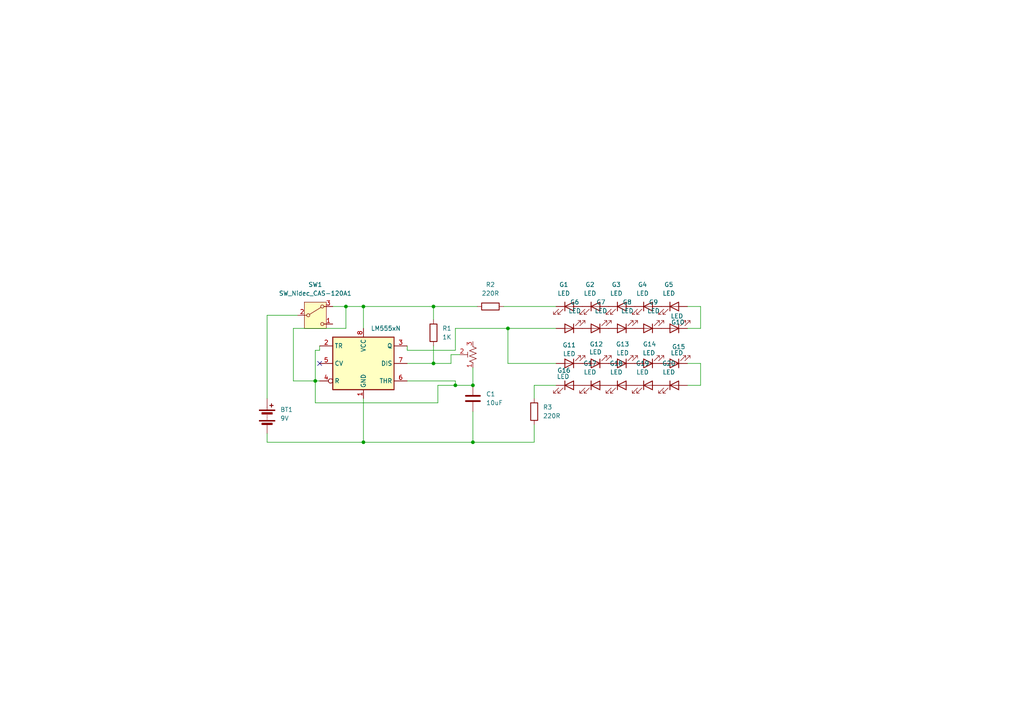
<source format=kicad_sch>
(kicad_sch
	(version 20250114)
	(generator "eeschema")
	(generator_version "9.0")
	(uuid "640bb236-ce46-450c-b582-f8f7f6f7f2dd")
	(paper "A4")
	(lib_symbols
		(symbol "Device:Battery"
			(pin_numbers
				(hide yes)
			)
			(pin_names
				(offset 0)
				(hide yes)
			)
			(exclude_from_sim no)
			(in_bom yes)
			(on_board yes)
			(property "Reference" "BT"
				(at 2.54 2.54 0)
				(effects
					(font
						(size 1.27 1.27)
					)
					(justify left)
				)
			)
			(property "Value" "Battery"
				(at 2.54 0 0)
				(effects
					(font
						(size 1.27 1.27)
					)
					(justify left)
				)
			)
			(property "Footprint" ""
				(at 0 1.524 90)
				(effects
					(font
						(size 1.27 1.27)
					)
					(hide yes)
				)
			)
			(property "Datasheet" "~"
				(at 0 1.524 90)
				(effects
					(font
						(size 1.27 1.27)
					)
					(hide yes)
				)
			)
			(property "Description" "Multiple-cell battery"
				(at 0 0 0)
				(effects
					(font
						(size 1.27 1.27)
					)
					(hide yes)
				)
			)
			(property "ki_keywords" "batt voltage-source cell"
				(at 0 0 0)
				(effects
					(font
						(size 1.27 1.27)
					)
					(hide yes)
				)
			)
			(symbol "Battery_0_1"
				(rectangle
					(start -2.286 1.778)
					(end 2.286 1.524)
					(stroke
						(width 0)
						(type default)
					)
					(fill
						(type outline)
					)
				)
				(rectangle
					(start -2.286 -1.27)
					(end 2.286 -1.524)
					(stroke
						(width 0)
						(type default)
					)
					(fill
						(type outline)
					)
				)
				(rectangle
					(start -1.524 1.016)
					(end 1.524 0.508)
					(stroke
						(width 0)
						(type default)
					)
					(fill
						(type outline)
					)
				)
				(rectangle
					(start -1.524 -2.032)
					(end 1.524 -2.54)
					(stroke
						(width 0)
						(type default)
					)
					(fill
						(type outline)
					)
				)
				(polyline
					(pts
						(xy 0 1.778) (xy 0 2.54)
					)
					(stroke
						(width 0)
						(type default)
					)
					(fill
						(type none)
					)
				)
				(polyline
					(pts
						(xy 0 0) (xy 0 0.254)
					)
					(stroke
						(width 0)
						(type default)
					)
					(fill
						(type none)
					)
				)
				(polyline
					(pts
						(xy 0 -0.508) (xy 0 -0.254)
					)
					(stroke
						(width 0)
						(type default)
					)
					(fill
						(type none)
					)
				)
				(polyline
					(pts
						(xy 0 -1.016) (xy 0 -0.762)
					)
					(stroke
						(width 0)
						(type default)
					)
					(fill
						(type none)
					)
				)
				(polyline
					(pts
						(xy 0.762 3.048) (xy 1.778 3.048)
					)
					(stroke
						(width 0.254)
						(type default)
					)
					(fill
						(type none)
					)
				)
				(polyline
					(pts
						(xy 1.27 3.556) (xy 1.27 2.54)
					)
					(stroke
						(width 0.254)
						(type default)
					)
					(fill
						(type none)
					)
				)
			)
			(symbol "Battery_1_1"
				(pin passive line
					(at 0 5.08 270)
					(length 2.54)
					(name "+"
						(effects
							(font
								(size 1.27 1.27)
							)
						)
					)
					(number "1"
						(effects
							(font
								(size 1.27 1.27)
							)
						)
					)
				)
				(pin passive line
					(at 0 -5.08 90)
					(length 2.54)
					(name "-"
						(effects
							(font
								(size 1.27 1.27)
							)
						)
					)
					(number "2"
						(effects
							(font
								(size 1.27 1.27)
							)
						)
					)
				)
			)
			(embedded_fonts no)
		)
		(symbol "Device:C"
			(pin_numbers
				(hide yes)
			)
			(pin_names
				(offset 0.254)
			)
			(exclude_from_sim no)
			(in_bom yes)
			(on_board yes)
			(property "Reference" "C"
				(at 0.635 2.54 0)
				(effects
					(font
						(size 1.27 1.27)
					)
					(justify left)
				)
			)
			(property "Value" "C"
				(at 0.635 -2.54 0)
				(effects
					(font
						(size 1.27 1.27)
					)
					(justify left)
				)
			)
			(property "Footprint" ""
				(at 0.9652 -3.81 0)
				(effects
					(font
						(size 1.27 1.27)
					)
					(hide yes)
				)
			)
			(property "Datasheet" "~"
				(at 0 0 0)
				(effects
					(font
						(size 1.27 1.27)
					)
					(hide yes)
				)
			)
			(property "Description" "Unpolarized capacitor"
				(at 0 0 0)
				(effects
					(font
						(size 1.27 1.27)
					)
					(hide yes)
				)
			)
			(property "ki_keywords" "cap capacitor"
				(at 0 0 0)
				(effects
					(font
						(size 1.27 1.27)
					)
					(hide yes)
				)
			)
			(property "ki_fp_filters" "C_*"
				(at 0 0 0)
				(effects
					(font
						(size 1.27 1.27)
					)
					(hide yes)
				)
			)
			(symbol "C_0_1"
				(polyline
					(pts
						(xy -2.032 0.762) (xy 2.032 0.762)
					)
					(stroke
						(width 0.508)
						(type default)
					)
					(fill
						(type none)
					)
				)
				(polyline
					(pts
						(xy -2.032 -0.762) (xy 2.032 -0.762)
					)
					(stroke
						(width 0.508)
						(type default)
					)
					(fill
						(type none)
					)
				)
			)
			(symbol "C_1_1"
				(pin passive line
					(at 0 3.81 270)
					(length 2.794)
					(name "~"
						(effects
							(font
								(size 1.27 1.27)
							)
						)
					)
					(number "1"
						(effects
							(font
								(size 1.27 1.27)
							)
						)
					)
				)
				(pin passive line
					(at 0 -3.81 90)
					(length 2.794)
					(name "~"
						(effects
							(font
								(size 1.27 1.27)
							)
						)
					)
					(number "2"
						(effects
							(font
								(size 1.27 1.27)
							)
						)
					)
				)
			)
			(embedded_fonts no)
		)
		(symbol "Device:LED"
			(pin_numbers
				(hide yes)
			)
			(pin_names
				(offset 1.016)
				(hide yes)
			)
			(exclude_from_sim no)
			(in_bom yes)
			(on_board yes)
			(property "Reference" "D"
				(at 0 2.54 0)
				(effects
					(font
						(size 1.27 1.27)
					)
				)
			)
			(property "Value" "LED"
				(at 0 -2.54 0)
				(effects
					(font
						(size 1.27 1.27)
					)
				)
			)
			(property "Footprint" ""
				(at 0 0 0)
				(effects
					(font
						(size 1.27 1.27)
					)
					(hide yes)
				)
			)
			(property "Datasheet" "~"
				(at 0 0 0)
				(effects
					(font
						(size 1.27 1.27)
					)
					(hide yes)
				)
			)
			(property "Description" "Light emitting diode"
				(at 0 0 0)
				(effects
					(font
						(size 1.27 1.27)
					)
					(hide yes)
				)
			)
			(property "Sim.Pins" "1=K 2=A"
				(at 0 0 0)
				(effects
					(font
						(size 1.27 1.27)
					)
					(hide yes)
				)
			)
			(property "ki_keywords" "LED diode"
				(at 0 0 0)
				(effects
					(font
						(size 1.27 1.27)
					)
					(hide yes)
				)
			)
			(property "ki_fp_filters" "LED* LED_SMD:* LED_THT:*"
				(at 0 0 0)
				(effects
					(font
						(size 1.27 1.27)
					)
					(hide yes)
				)
			)
			(symbol "LED_0_1"
				(polyline
					(pts
						(xy -3.048 -0.762) (xy -4.572 -2.286) (xy -3.81 -2.286) (xy -4.572 -2.286) (xy -4.572 -1.524)
					)
					(stroke
						(width 0)
						(type default)
					)
					(fill
						(type none)
					)
				)
				(polyline
					(pts
						(xy -1.778 -0.762) (xy -3.302 -2.286) (xy -2.54 -2.286) (xy -3.302 -2.286) (xy -3.302 -1.524)
					)
					(stroke
						(width 0)
						(type default)
					)
					(fill
						(type none)
					)
				)
				(polyline
					(pts
						(xy -1.27 0) (xy 1.27 0)
					)
					(stroke
						(width 0)
						(type default)
					)
					(fill
						(type none)
					)
				)
				(polyline
					(pts
						(xy -1.27 -1.27) (xy -1.27 1.27)
					)
					(stroke
						(width 0.254)
						(type default)
					)
					(fill
						(type none)
					)
				)
				(polyline
					(pts
						(xy 1.27 -1.27) (xy 1.27 1.27) (xy -1.27 0) (xy 1.27 -1.27)
					)
					(stroke
						(width 0.254)
						(type default)
					)
					(fill
						(type none)
					)
				)
			)
			(symbol "LED_1_1"
				(pin passive line
					(at -3.81 0 0)
					(length 2.54)
					(name "K"
						(effects
							(font
								(size 1.27 1.27)
							)
						)
					)
					(number "1"
						(effects
							(font
								(size 1.27 1.27)
							)
						)
					)
				)
				(pin passive line
					(at 3.81 0 180)
					(length 2.54)
					(name "A"
						(effects
							(font
								(size 1.27 1.27)
							)
						)
					)
					(number "2"
						(effects
							(font
								(size 1.27 1.27)
							)
						)
					)
				)
			)
			(embedded_fonts no)
		)
		(symbol "Device:R"
			(pin_numbers
				(hide yes)
			)
			(pin_names
				(offset 0)
			)
			(exclude_from_sim no)
			(in_bom yes)
			(on_board yes)
			(property "Reference" "R"
				(at 2.032 0 90)
				(effects
					(font
						(size 1.27 1.27)
					)
				)
			)
			(property "Value" "R"
				(at 0 0 90)
				(effects
					(font
						(size 1.27 1.27)
					)
				)
			)
			(property "Footprint" ""
				(at -1.778 0 90)
				(effects
					(font
						(size 1.27 1.27)
					)
					(hide yes)
				)
			)
			(property "Datasheet" "~"
				(at 0 0 0)
				(effects
					(font
						(size 1.27 1.27)
					)
					(hide yes)
				)
			)
			(property "Description" "Resistor"
				(at 0 0 0)
				(effects
					(font
						(size 1.27 1.27)
					)
					(hide yes)
				)
			)
			(property "ki_keywords" "R res resistor"
				(at 0 0 0)
				(effects
					(font
						(size 1.27 1.27)
					)
					(hide yes)
				)
			)
			(property "ki_fp_filters" "R_*"
				(at 0 0 0)
				(effects
					(font
						(size 1.27 1.27)
					)
					(hide yes)
				)
			)
			(symbol "R_0_1"
				(rectangle
					(start -1.016 -2.54)
					(end 1.016 2.54)
					(stroke
						(width 0.254)
						(type default)
					)
					(fill
						(type none)
					)
				)
			)
			(symbol "R_1_1"
				(pin passive line
					(at 0 3.81 270)
					(length 1.27)
					(name "~"
						(effects
							(font
								(size 1.27 1.27)
							)
						)
					)
					(number "1"
						(effects
							(font
								(size 1.27 1.27)
							)
						)
					)
				)
				(pin passive line
					(at 0 -3.81 90)
					(length 1.27)
					(name "~"
						(effects
							(font
								(size 1.27 1.27)
							)
						)
					)
					(number "2"
						(effects
							(font
								(size 1.27 1.27)
							)
						)
					)
				)
			)
			(embedded_fonts no)
		)
		(symbol "Device:R_Potentiometer_Trim_US"
			(pin_names
				(offset 1.016)
				(hide yes)
			)
			(exclude_from_sim no)
			(in_bom yes)
			(on_board yes)
			(property "Reference" "RV"
				(at -4.445 0 90)
				(effects
					(font
						(size 1.27 1.27)
					)
				)
			)
			(property "Value" "R_Potentiometer_Trim_US"
				(at -2.54 0 90)
				(effects
					(font
						(size 1.27 1.27)
					)
				)
			)
			(property "Footprint" ""
				(at 0 0 0)
				(effects
					(font
						(size 1.27 1.27)
					)
					(hide yes)
				)
			)
			(property "Datasheet" "~"
				(at 0 0 0)
				(effects
					(font
						(size 1.27 1.27)
					)
					(hide yes)
				)
			)
			(property "Description" "Trim-potentiometer, US symbol"
				(at 0 0 0)
				(effects
					(font
						(size 1.27 1.27)
					)
					(hide yes)
				)
			)
			(property "ki_keywords" "resistor variable trimpot trimmer"
				(at 0 0 0)
				(effects
					(font
						(size 1.27 1.27)
					)
					(hide yes)
				)
			)
			(property "ki_fp_filters" "Potentiometer*"
				(at 0 0 0)
				(effects
					(font
						(size 1.27 1.27)
					)
					(hide yes)
				)
			)
			(symbol "R_Potentiometer_Trim_US_0_1"
				(polyline
					(pts
						(xy 0 2.286) (xy 0 2.54)
					)
					(stroke
						(width 0)
						(type default)
					)
					(fill
						(type none)
					)
				)
				(polyline
					(pts
						(xy 0 2.286) (xy 1.016 1.905) (xy 0 1.524) (xy -1.016 1.143) (xy 0 0.762)
					)
					(stroke
						(width 0)
						(type default)
					)
					(fill
						(type none)
					)
				)
				(polyline
					(pts
						(xy 0 0.762) (xy 1.016 0.381) (xy 0 0) (xy -1.016 -0.381) (xy 0 -0.762)
					)
					(stroke
						(width 0)
						(type default)
					)
					(fill
						(type none)
					)
				)
				(polyline
					(pts
						(xy 0 -0.762) (xy 1.016 -1.143) (xy 0 -1.524) (xy -1.016 -1.905) (xy 0 -2.286)
					)
					(stroke
						(width 0)
						(type default)
					)
					(fill
						(type none)
					)
				)
				(polyline
					(pts
						(xy 0 -2.286) (xy 0 -2.54)
					)
					(stroke
						(width 0)
						(type default)
					)
					(fill
						(type none)
					)
				)
				(polyline
					(pts
						(xy 1.524 0.762) (xy 1.524 -0.762)
					)
					(stroke
						(width 0)
						(type default)
					)
					(fill
						(type none)
					)
				)
				(polyline
					(pts
						(xy 2.54 0) (xy 1.524 0)
					)
					(stroke
						(width 0)
						(type default)
					)
					(fill
						(type none)
					)
				)
			)
			(symbol "R_Potentiometer_Trim_US_1_1"
				(pin passive line
					(at 0 3.81 270)
					(length 1.27)
					(name "1"
						(effects
							(font
								(size 1.27 1.27)
							)
						)
					)
					(number "1"
						(effects
							(font
								(size 1.27 1.27)
							)
						)
					)
				)
				(pin passive line
					(at 0 -3.81 90)
					(length 1.27)
					(name "3"
						(effects
							(font
								(size 1.27 1.27)
							)
						)
					)
					(number "3"
						(effects
							(font
								(size 1.27 1.27)
							)
						)
					)
				)
				(pin passive line
					(at 3.81 0 180)
					(length 1.27)
					(name "2"
						(effects
							(font
								(size 1.27 1.27)
							)
						)
					)
					(number "2"
						(effects
							(font
								(size 1.27 1.27)
							)
						)
					)
				)
			)
			(embedded_fonts no)
		)
		(symbol "Switch:SW_Nidec_CAS-120A1"
			(pin_names
				(offset 1)
				(hide yes)
			)
			(exclude_from_sim no)
			(in_bom yes)
			(on_board yes)
			(property "Reference" "SW"
				(at 0 4.318 0)
				(effects
					(font
						(size 1.27 1.27)
					)
				)
			)
			(property "Value" "SW_Nidec_CAS-120A1"
				(at 0 -5.08 0)
				(effects
					(font
						(size 1.27 1.27)
					)
				)
			)
			(property "Footprint" "Button_Switch_SMD:Nidec_Copal_CAS-120A"
				(at 0 -10.16 0)
				(effects
					(font
						(size 1.27 1.27)
					)
					(hide yes)
				)
			)
			(property "Datasheet" "https://www.nidec-components.com/e/catalog/switch/cas.pdf"
				(at 0 -7.62 0)
				(effects
					(font
						(size 1.27 1.27)
					)
					(hide yes)
				)
			)
			(property "Description" "Switch, single pole double throw"
				(at 0 0 0)
				(effects
					(font
						(size 1.27 1.27)
					)
					(hide yes)
				)
			)
			(property "ki_keywords" "switch single-pole double-throw spdt ON-ON"
				(at 0 0 0)
				(effects
					(font
						(size 1.27 1.27)
					)
					(hide yes)
				)
			)
			(property "ki_fp_filters" "*Nidec?Copal?CAS?120A*"
				(at 0 0 0)
				(effects
					(font
						(size 1.27 1.27)
					)
					(hide yes)
				)
			)
			(symbol "SW_Nidec_CAS-120A1_0_1"
				(circle
					(center -2.032 0)
					(radius 0.4572)
					(stroke
						(width 0)
						(type default)
					)
					(fill
						(type none)
					)
				)
				(polyline
					(pts
						(xy -1.651 0.254) (xy 1.651 2.286)
					)
					(stroke
						(width 0)
						(type default)
					)
					(fill
						(type none)
					)
				)
				(circle
					(center 2.032 2.54)
					(radius 0.4572)
					(stroke
						(width 0)
						(type default)
					)
					(fill
						(type none)
					)
				)
				(circle
					(center 2.032 -2.54)
					(radius 0.4572)
					(stroke
						(width 0)
						(type default)
					)
					(fill
						(type none)
					)
				)
			)
			(symbol "SW_Nidec_CAS-120A1_1_1"
				(rectangle
					(start -3.175 3.81)
					(end 3.175 -3.81)
					(stroke
						(width 0)
						(type default)
					)
					(fill
						(type background)
					)
				)
				(pin passive line
					(at -5.08 0 0)
					(length 2.54)
					(name "B"
						(effects
							(font
								(size 1.27 1.27)
							)
						)
					)
					(number "2"
						(effects
							(font
								(size 1.27 1.27)
							)
						)
					)
				)
				(pin passive line
					(at 5.08 2.54 180)
					(length 2.54)
					(name "A"
						(effects
							(font
								(size 1.27 1.27)
							)
						)
					)
					(number "3"
						(effects
							(font
								(size 1.27 1.27)
							)
						)
					)
				)
				(pin passive line
					(at 5.08 -2.54 180)
					(length 2.54)
					(name "C"
						(effects
							(font
								(size 1.27 1.27)
							)
						)
					)
					(number "1"
						(effects
							(font
								(size 1.27 1.27)
							)
						)
					)
				)
			)
			(embedded_fonts no)
		)
		(symbol "Timer:LM555xN"
			(exclude_from_sim no)
			(in_bom yes)
			(on_board yes)
			(property "Reference" "U"
				(at -10.16 8.89 0)
				(effects
					(font
						(size 1.27 1.27)
					)
					(justify left)
				)
			)
			(property "Value" "LM555xN"
				(at 2.54 8.89 0)
				(effects
					(font
						(size 1.27 1.27)
					)
					(justify left)
				)
			)
			(property "Footprint" "Package_DIP:DIP-8_W7.62mm"
				(at 16.51 -10.16 0)
				(effects
					(font
						(size 1.27 1.27)
					)
					(hide yes)
				)
			)
			(property "Datasheet" "http://www.ti.com/lit/ds/symlink/lm555.pdf"
				(at 21.59 -10.16 0)
				(effects
					(font
						(size 1.27 1.27)
					)
					(hide yes)
				)
			)
			(property "Description" "Timer, 555 compatible, PDIP-8"
				(at 0 0 0)
				(effects
					(font
						(size 1.27 1.27)
					)
					(hide yes)
				)
			)
			(property "ki_keywords" "single timer 555"
				(at 0 0 0)
				(effects
					(font
						(size 1.27 1.27)
					)
					(hide yes)
				)
			)
			(property "ki_fp_filters" "DIP*W7.62mm*"
				(at 0 0 0)
				(effects
					(font
						(size 1.27 1.27)
					)
					(hide yes)
				)
			)
			(symbol "LM555xN_0_0"
				(pin power_in line
					(at 0 10.16 270)
					(length 2.54)
					(name "VCC"
						(effects
							(font
								(size 1.27 1.27)
							)
						)
					)
					(number "8"
						(effects
							(font
								(size 1.27 1.27)
							)
						)
					)
				)
				(pin power_in line
					(at 0 -10.16 90)
					(length 2.54)
					(name "GND"
						(effects
							(font
								(size 1.27 1.27)
							)
						)
					)
					(number "1"
						(effects
							(font
								(size 1.27 1.27)
							)
						)
					)
				)
			)
			(symbol "LM555xN_0_1"
				(rectangle
					(start -8.89 -7.62)
					(end 8.89 7.62)
					(stroke
						(width 0.254)
						(type default)
					)
					(fill
						(type background)
					)
				)
				(rectangle
					(start -8.89 -7.62)
					(end 8.89 7.62)
					(stroke
						(width 0.254)
						(type default)
					)
					(fill
						(type background)
					)
				)
			)
			(symbol "LM555xN_1_1"
				(pin input line
					(at -12.7 5.08 0)
					(length 3.81)
					(name "TR"
						(effects
							(font
								(size 1.27 1.27)
							)
						)
					)
					(number "2"
						(effects
							(font
								(size 1.27 1.27)
							)
						)
					)
				)
				(pin input line
					(at -12.7 0 0)
					(length 3.81)
					(name "CV"
						(effects
							(font
								(size 1.27 1.27)
							)
						)
					)
					(number "5"
						(effects
							(font
								(size 1.27 1.27)
							)
						)
					)
				)
				(pin input inverted
					(at -12.7 -5.08 0)
					(length 3.81)
					(name "R"
						(effects
							(font
								(size 1.27 1.27)
							)
						)
					)
					(number "4"
						(effects
							(font
								(size 1.27 1.27)
							)
						)
					)
				)
				(pin output line
					(at 12.7 5.08 180)
					(length 3.81)
					(name "Q"
						(effects
							(font
								(size 1.27 1.27)
							)
						)
					)
					(number "3"
						(effects
							(font
								(size 1.27 1.27)
							)
						)
					)
				)
				(pin input line
					(at 12.7 0 180)
					(length 3.81)
					(name "DIS"
						(effects
							(font
								(size 1.27 1.27)
							)
						)
					)
					(number "7"
						(effects
							(font
								(size 1.27 1.27)
							)
						)
					)
				)
				(pin input line
					(at 12.7 -5.08 180)
					(length 3.81)
					(name "THR"
						(effects
							(font
								(size 1.27 1.27)
							)
						)
					)
					(number "6"
						(effects
							(font
								(size 1.27 1.27)
							)
						)
					)
				)
			)
			(embedded_fonts no)
		)
	)
	(junction
		(at 125.73 88.9)
		(diameter 0)
		(color 0 0 0 0)
		(uuid "1c4f3493-00d1-455f-888d-3250c3aa73bb")
	)
	(junction
		(at 105.41 128.27)
		(diameter 0)
		(color 0 0 0 0)
		(uuid "2e55a76f-b276-4db9-af8e-1c5e1dfa7ee7")
	)
	(junction
		(at 100.33 88.9)
		(diameter 0)
		(color 0 0 0 0)
		(uuid "2e55bb79-9607-48ba-bb34-fe53f53ac734")
	)
	(junction
		(at 125.73 105.41)
		(diameter 0)
		(color 0 0 0 0)
		(uuid "5288594b-54ae-465f-9ed7-788e54c62ad2")
	)
	(junction
		(at 137.16 128.27)
		(diameter 0)
		(color 0 0 0 0)
		(uuid "919cac6a-a812-4b89-93c4-1ef1b590825c")
	)
	(junction
		(at 147.32 95.25)
		(diameter 0)
		(color 0 0 0 0)
		(uuid "a37ef310-bac2-474b-b7ed-98cf6b3ec98c")
	)
	(junction
		(at 132.08 111.76)
		(diameter 0)
		(color 0 0 0 0)
		(uuid "cddb8594-fc6d-4ff5-8854-94d1794d927f")
	)
	(junction
		(at 137.16 111.76)
		(diameter 0)
		(color 0 0 0 0)
		(uuid "dd29b5da-4911-4318-b238-63309cfd414e")
	)
	(junction
		(at 105.41 88.9)
		(diameter 0)
		(color 0 0 0 0)
		(uuid "e02c1e56-aefe-482c-997f-f098e0a8d03a")
	)
	(junction
		(at 91.44 110.49)
		(diameter 0)
		(color 0 0 0 0)
		(uuid "ed7814f3-15f6-4dbf-8a65-74a48ec54558")
	)
	(no_connect
		(at 92.71 105.41)
		(uuid "1ed609c6-c3c8-4c9d-adac-e0b4a9d8ebba")
	)
	(wire
		(pts
			(xy 100.33 95.25) (xy 100.33 88.9)
		)
		(stroke
			(width 0)
			(type default)
		)
		(uuid "03b5c07f-a16a-4600-9546-307c7c5ff938")
	)
	(wire
		(pts
			(xy 105.41 88.9) (xy 125.73 88.9)
		)
		(stroke
			(width 0)
			(type default)
		)
		(uuid "0ab240ed-049f-47f6-b4f9-d48d0de7d02c")
	)
	(wire
		(pts
			(xy 85.09 95.25) (xy 100.33 95.25)
		)
		(stroke
			(width 0)
			(type default)
		)
		(uuid "0b393d73-7c05-49fd-99ca-24617dc6d58f")
	)
	(wire
		(pts
			(xy 154.94 123.19) (xy 154.94 128.27)
		)
		(stroke
			(width 0)
			(type default)
		)
		(uuid "20b6aba8-6811-472f-9f08-bf2033d69d2e")
	)
	(wire
		(pts
			(xy 91.44 110.49) (xy 92.71 110.49)
		)
		(stroke
			(width 0)
			(type default)
		)
		(uuid "23770f41-0ad7-447a-bdea-d72a72557aa4")
	)
	(wire
		(pts
			(xy 161.29 111.76) (xy 154.94 111.76)
		)
		(stroke
			(width 0)
			(type default)
		)
		(uuid "2587a575-86d3-478d-9843-493262157fbc")
	)
	(wire
		(pts
			(xy 91.44 116.84) (xy 127 116.84)
		)
		(stroke
			(width 0)
			(type default)
		)
		(uuid "2b2b3bb8-1e76-42a0-94cc-b4bd15c26725")
	)
	(wire
		(pts
			(xy 91.44 110.49) (xy 85.09 110.49)
		)
		(stroke
			(width 0)
			(type default)
		)
		(uuid "2ca65b70-56f7-4f57-8472-04134cc46fee")
	)
	(wire
		(pts
			(xy 132.08 110.49) (xy 132.08 111.76)
		)
		(stroke
			(width 0)
			(type default)
		)
		(uuid "2d724330-62f5-4909-abb2-d2a60f0e477b")
	)
	(wire
		(pts
			(xy 86.36 91.44) (xy 77.47 91.44)
		)
		(stroke
			(width 0)
			(type default)
		)
		(uuid "2dabecb6-ccaa-4e42-99af-44b17b5fc003")
	)
	(wire
		(pts
			(xy 85.09 110.49) (xy 85.09 95.25)
		)
		(stroke
			(width 0)
			(type default)
		)
		(uuid "32ebfc77-d3af-4ea2-b45a-fe48211e9f97")
	)
	(wire
		(pts
			(xy 92.71 101.6) (xy 92.71 100.33)
		)
		(stroke
			(width 0)
			(type default)
		)
		(uuid "372c553e-7914-4da5-8f17-3971665b88c0")
	)
	(wire
		(pts
			(xy 154.94 111.76) (xy 154.94 115.57)
		)
		(stroke
			(width 0)
			(type default)
		)
		(uuid "3cb38cb1-5da1-4018-b79b-646b32216b86")
	)
	(wire
		(pts
			(xy 118.11 101.6) (xy 132.08 101.6)
		)
		(stroke
			(width 0)
			(type default)
		)
		(uuid "3e218944-e360-42c3-b124-6c155b8ed8d2")
	)
	(wire
		(pts
			(xy 105.41 88.9) (xy 105.41 95.25)
		)
		(stroke
			(width 0)
			(type default)
		)
		(uuid "40859b6c-cfab-413b-84de-77628499ff79")
	)
	(wire
		(pts
			(xy 199.39 95.25) (xy 203.2 95.25)
		)
		(stroke
			(width 0)
			(type default)
		)
		(uuid "43d688d4-9147-4c98-b103-019efb856953")
	)
	(wire
		(pts
			(xy 130.81 102.87) (xy 133.35 102.87)
		)
		(stroke
			(width 0)
			(type default)
		)
		(uuid "4f8acd89-724e-404e-962e-5973c3eb685b")
	)
	(wire
		(pts
			(xy 125.73 105.41) (xy 130.81 105.41)
		)
		(stroke
			(width 0)
			(type default)
		)
		(uuid "53c289ba-5a99-45db-99c1-59423f177eec")
	)
	(wire
		(pts
			(xy 203.2 111.76) (xy 203.2 105.41)
		)
		(stroke
			(width 0)
			(type default)
		)
		(uuid "59a23f93-db11-400b-b850-c66d73ac88b5")
	)
	(wire
		(pts
			(xy 91.44 101.6) (xy 92.71 101.6)
		)
		(stroke
			(width 0)
			(type default)
		)
		(uuid "6103481c-b7b1-42e2-ae33-5c8b39467371")
	)
	(wire
		(pts
			(xy 105.41 128.27) (xy 105.41 115.57)
		)
		(stroke
			(width 0)
			(type default)
		)
		(uuid "6676a395-2f12-4ecc-8868-28d6e6d369ba")
	)
	(wire
		(pts
			(xy 203.2 95.25) (xy 203.2 88.9)
		)
		(stroke
			(width 0)
			(type default)
		)
		(uuid "6aaebc98-a21b-4835-91ce-197ecad11fe0")
	)
	(wire
		(pts
			(xy 137.16 106.68) (xy 137.16 111.76)
		)
		(stroke
			(width 0)
			(type default)
		)
		(uuid "6c0d8557-8775-40d0-b3ff-8b703132ad25")
	)
	(wire
		(pts
			(xy 91.44 101.6) (xy 91.44 110.49)
		)
		(stroke
			(width 0)
			(type default)
		)
		(uuid "75827b95-384c-459d-8e85-c5291c3e1665")
	)
	(wire
		(pts
			(xy 127 111.76) (xy 132.08 111.76)
		)
		(stroke
			(width 0)
			(type default)
		)
		(uuid "799fcd2c-7670-4b9f-ad61-56c822067596")
	)
	(wire
		(pts
			(xy 125.73 88.9) (xy 138.43 88.9)
		)
		(stroke
			(width 0)
			(type default)
		)
		(uuid "7dfd0d28-dc92-4ec6-a0e9-b3e4d2aa8678")
	)
	(wire
		(pts
			(xy 132.08 95.25) (xy 147.32 95.25)
		)
		(stroke
			(width 0)
			(type default)
		)
		(uuid "7f5272ab-e13e-42e0-8171-c7bd2e7dcfb1")
	)
	(wire
		(pts
			(xy 147.32 95.25) (xy 161.29 95.25)
		)
		(stroke
			(width 0)
			(type default)
		)
		(uuid "855b20a2-a00c-4b28-b3de-ae76157b86ff")
	)
	(wire
		(pts
			(xy 118.11 105.41) (xy 125.73 105.41)
		)
		(stroke
			(width 0)
			(type default)
		)
		(uuid "90361480-0d63-40c8-a1df-5a5861ec3ef1")
	)
	(wire
		(pts
			(xy 203.2 105.41) (xy 199.39 105.41)
		)
		(stroke
			(width 0)
			(type default)
		)
		(uuid "9522fe63-9bfb-4d3b-903c-868330d7873e")
	)
	(wire
		(pts
			(xy 77.47 128.27) (xy 105.41 128.27)
		)
		(stroke
			(width 0)
			(type default)
		)
		(uuid "9a19f5c0-d925-4a4b-b8d7-dd18054800f6")
	)
	(wire
		(pts
			(xy 130.81 105.41) (xy 130.81 102.87)
		)
		(stroke
			(width 0)
			(type default)
		)
		(uuid "9a72b73a-9037-45c6-83ab-e5323f8b1236")
	)
	(wire
		(pts
			(xy 125.73 100.33) (xy 125.73 105.41)
		)
		(stroke
			(width 0)
			(type default)
		)
		(uuid "9efdc253-98fe-455f-b8ea-6384218bf5d5")
	)
	(wire
		(pts
			(xy 146.05 88.9) (xy 161.29 88.9)
		)
		(stroke
			(width 0)
			(type default)
		)
		(uuid "a020d91a-7c47-4e54-8776-e766a318fb8f")
	)
	(wire
		(pts
			(xy 125.73 88.9) (xy 125.73 92.71)
		)
		(stroke
			(width 0)
			(type default)
		)
		(uuid "a706f230-bb9c-4c09-a14a-f9e668996e0d")
	)
	(wire
		(pts
			(xy 118.11 101.6) (xy 118.11 100.33)
		)
		(stroke
			(width 0)
			(type default)
		)
		(uuid "ace69acf-8479-4dad-ad1c-6f0a8b8812cc")
	)
	(wire
		(pts
			(xy 118.11 110.49) (xy 132.08 110.49)
		)
		(stroke
			(width 0)
			(type default)
		)
		(uuid "b09ea870-c141-4e55-93c1-016336052509")
	)
	(wire
		(pts
			(xy 147.32 105.41) (xy 161.29 105.41)
		)
		(stroke
			(width 0)
			(type default)
		)
		(uuid "b3794ff7-9693-41e1-972d-884c7fe310b2")
	)
	(wire
		(pts
			(xy 137.16 128.27) (xy 154.94 128.27)
		)
		(stroke
			(width 0)
			(type default)
		)
		(uuid "b3925cfb-94bb-4306-bbcf-5d4035cd152c")
	)
	(wire
		(pts
			(xy 147.32 95.25) (xy 147.32 105.41)
		)
		(stroke
			(width 0)
			(type default)
		)
		(uuid "bbfd1e0a-64e4-40ac-9331-f2f8705991b0")
	)
	(wire
		(pts
			(xy 137.16 119.38) (xy 137.16 128.27)
		)
		(stroke
			(width 0)
			(type default)
		)
		(uuid "bca48b06-922c-4a43-b0d9-035187286d22")
	)
	(wire
		(pts
			(xy 91.44 110.49) (xy 91.44 116.84)
		)
		(stroke
			(width 0)
			(type default)
		)
		(uuid "bd2dc02e-5f2f-4a1e-bb10-1a658715d367")
	)
	(wire
		(pts
			(xy 127 116.84) (xy 127 111.76)
		)
		(stroke
			(width 0)
			(type default)
		)
		(uuid "c112490a-252b-48ce-be4d-60dc36043437")
	)
	(wire
		(pts
			(xy 132.08 101.6) (xy 132.08 95.25)
		)
		(stroke
			(width 0)
			(type default)
		)
		(uuid "c7937835-b024-4ba4-b8a2-cf767d9f35c1")
	)
	(wire
		(pts
			(xy 105.41 128.27) (xy 137.16 128.27)
		)
		(stroke
			(width 0)
			(type default)
		)
		(uuid "d1dfd10f-6e73-4102-8fd2-0ca13a72e079")
	)
	(wire
		(pts
			(xy 203.2 88.9) (xy 199.39 88.9)
		)
		(stroke
			(width 0)
			(type default)
		)
		(uuid "de9e3f87-6ee6-4469-b38a-09149dadaf14")
	)
	(wire
		(pts
			(xy 77.47 91.44) (xy 77.47 115.57)
		)
		(stroke
			(width 0)
			(type default)
		)
		(uuid "e715488b-d661-408f-a3c3-eaef448df5fa")
	)
	(wire
		(pts
			(xy 100.33 88.9) (xy 105.41 88.9)
		)
		(stroke
			(width 0)
			(type default)
		)
		(uuid "e9fe22ea-12af-4844-a0a1-0569d56e2056")
	)
	(wire
		(pts
			(xy 77.47 125.73) (xy 77.47 128.27)
		)
		(stroke
			(width 0)
			(type default)
		)
		(uuid "ee627bc1-fbc0-4178-88fd-0a0034f6cd45")
	)
	(wire
		(pts
			(xy 132.08 111.76) (xy 137.16 111.76)
		)
		(stroke
			(width 0)
			(type default)
		)
		(uuid "effb88fc-5128-4e5f-97d0-d776caa01512")
	)
	(wire
		(pts
			(xy 96.52 88.9) (xy 100.33 88.9)
		)
		(stroke
			(width 0)
			(type default)
		)
		(uuid "f8094719-b922-4b86-b550-c339b1cf2e29")
	)
	(wire
		(pts
			(xy 199.39 111.76) (xy 203.2 111.76)
		)
		(stroke
			(width 0)
			(type default)
		)
		(uuid "f990b00d-85a4-473a-bee8-c914fbb5dc94")
	)
	(symbol
		(lib_id "Device:LED")
		(at 180.34 105.41 180)
		(unit 1)
		(exclude_from_sim no)
		(in_bom yes)
		(on_board yes)
		(dnp no)
		(uuid "06f9ea5b-0bb9-4498-8344-dc92126db0bf")
		(property "Reference" "G13"
			(at 180.594 99.822 0)
			(effects
				(font
					(size 1.27 1.27)
				)
			)
		)
		(property "Value" "LED"
			(at 180.594 102.362 0)
			(effects
				(font
					(size 1.27 1.27)
				)
			)
		)
		(property "Footprint" "LED_THT:LED_D5.0mm_Clear"
			(at 180.34 105.41 0)
			(effects
				(font
					(size 1.27 1.27)
				)
				(hide yes)
			)
		)
		(property "Datasheet" "~"
			(at 180.34 105.41 0)
			(effects
				(font
					(size 1.27 1.27)
				)
				(hide yes)
			)
		)
		(property "Description" "Light emitting diode"
			(at 180.34 105.41 0)
			(effects
				(font
					(size 1.27 1.27)
				)
				(hide yes)
			)
		)
		(property "Sim.Pins" "1=K 2=A"
			(at 180.34 105.41 0)
			(effects
				(font
					(size 1.27 1.27)
				)
				(hide yes)
			)
		)
		(pin "1"
			(uuid "23c9b9fa-528f-424a-8f39-0b859d393235")
		)
		(pin "2"
			(uuid "f0833de1-b79e-41bd-9fa3-50783c508024")
		)
		(instances
			(project "Christmas tree shaped lamp"
				(path "/640bb236-ce46-450c-b582-f8f7f6f7f2dd"
					(reference "G13")
					(unit 1)
				)
			)
		)
	)
	(symbol
		(lib_id "Device:R_Potentiometer_Trim_US")
		(at 137.16 102.87 180)
		(unit 1)
		(exclude_from_sim no)
		(in_bom yes)
		(on_board yes)
		(dnp no)
		(uuid "18798621-3d99-4084-b171-4d927a3c5aca")
		(property "Reference" "RV1"
			(at 139.7 101.5999 0)
			(effects
				(font
					(size 1.27 1.27)
				)
				(justify right)
				(hide yes)
			)
		)
		(property "Value" "R_Potentiometer_Trim_US"
			(at 138.176 107.442 0)
			(effects
				(font
					(size 1.27 1.27)
				)
				(justify right)
				(hide yes)
			)
		)
		(property "Footprint" "Potentiometer_THT:Potentiometer_Alps_RK09K_Single_Vertical"
			(at 137.16 102.87 0)
			(effects
				(font
					(size 1.27 1.27)
				)
				(hide yes)
			)
		)
		(property "Datasheet" "~"
			(at 137.16 102.87 0)
			(effects
				(font
					(size 1.27 1.27)
				)
				(hide yes)
			)
		)
		(property "Description" "Trim-potentiometer, US symbol"
			(at 137.16 102.87 0)
			(effects
				(font
					(size 1.27 1.27)
				)
				(hide yes)
			)
		)
		(pin "1"
			(uuid "3e813e86-5553-446a-a2e8-ef22503d7069")
		)
		(pin "3"
			(uuid "82784b4a-126f-4e08-99e4-5b8d29d37a27")
		)
		(pin "2"
			(uuid "9c25eb2b-db6a-4280-bab3-c16166733226")
		)
		(instances
			(project ""
				(path "/640bb236-ce46-450c-b582-f8f7f6f7f2dd"
					(reference "RV1")
					(unit 1)
				)
			)
		)
	)
	(symbol
		(lib_id "Device:LED")
		(at 165.1 95.25 180)
		(unit 1)
		(exclude_from_sim no)
		(in_bom yes)
		(on_board yes)
		(dnp no)
		(fields_autoplaced yes)
		(uuid "1db6f21f-05da-4a20-a527-2fe5268a2059")
		(property "Reference" "G6"
			(at 166.6875 87.63 0)
			(effects
				(font
					(size 1.27 1.27)
				)
			)
		)
		(property "Value" "LED"
			(at 166.6875 90.17 0)
			(effects
				(font
					(size 1.27 1.27)
				)
			)
		)
		(property "Footprint" "LED_THT:LED_D5.0mm_Clear"
			(at 165.1 95.25 0)
			(effects
				(font
					(size 1.27 1.27)
				)
				(hide yes)
			)
		)
		(property "Datasheet" "~"
			(at 165.1 95.25 0)
			(effects
				(font
					(size 1.27 1.27)
				)
				(hide yes)
			)
		)
		(property "Description" "Light emitting diode"
			(at 165.1 95.25 0)
			(effects
				(font
					(size 1.27 1.27)
				)
				(hide yes)
			)
		)
		(property "Sim.Pins" "1=K 2=A"
			(at 165.1 95.25 0)
			(effects
				(font
					(size 1.27 1.27)
				)
				(hide yes)
			)
		)
		(pin "1"
			(uuid "3242431b-3952-4600-b85d-b0e98983f278")
		)
		(pin "2"
			(uuid "db58b1ee-eaa6-4c9d-aad5-afbe1e0c336b")
		)
		(instances
			(project ""
				(path "/640bb236-ce46-450c-b582-f8f7f6f7f2dd"
					(reference "G6")
					(unit 1)
				)
			)
		)
	)
	(symbol
		(lib_id "Device:LED")
		(at 195.58 105.41 180)
		(unit 1)
		(exclude_from_sim no)
		(in_bom yes)
		(on_board yes)
		(dnp no)
		(uuid "2c854546-cc5a-4d34-bbf3-87a74e138cde")
		(property "Reference" "G15"
			(at 196.85 100.584 0)
			(effects
				(font
					(size 1.27 1.27)
				)
			)
		)
		(property "Value" "LED"
			(at 196.342 102.362 0)
			(effects
				(font
					(size 1.27 1.27)
				)
			)
		)
		(property "Footprint" "LED_THT:LED_D5.0mm_Clear"
			(at 195.58 105.41 0)
			(effects
				(font
					(size 1.27 1.27)
				)
				(hide yes)
			)
		)
		(property "Datasheet" "~"
			(at 195.58 105.41 0)
			(effects
				(font
					(size 1.27 1.27)
				)
				(hide yes)
			)
		)
		(property "Description" "Light emitting diode"
			(at 195.58 105.41 0)
			(effects
				(font
					(size 1.27 1.27)
				)
				(hide yes)
			)
		)
		(property "Sim.Pins" "1=K 2=A"
			(at 195.58 105.41 0)
			(effects
				(font
					(size 1.27 1.27)
				)
				(hide yes)
			)
		)
		(pin "1"
			(uuid "402f0a6c-aebb-4902-ae3a-012ccdd5c502")
		)
		(pin "2"
			(uuid "370d5a77-2a6c-4d5e-8b60-aa1881636c3b")
		)
		(instances
			(project "Christmas tree shaped lamp"
				(path "/640bb236-ce46-450c-b582-f8f7f6f7f2dd"
					(reference "G15")
					(unit 1)
				)
			)
		)
	)
	(symbol
		(lib_id "Device:R")
		(at 125.73 96.52 0)
		(unit 1)
		(exclude_from_sim no)
		(in_bom yes)
		(on_board yes)
		(dnp no)
		(fields_autoplaced yes)
		(uuid "2cc5d1be-0213-41e3-8300-3160a2ba7216")
		(property "Reference" "R1"
			(at 128.27 95.2499 0)
			(effects
				(font
					(size 1.27 1.27)
				)
				(justify left)
			)
		)
		(property "Value" "1K"
			(at 128.27 97.7899 0)
			(effects
				(font
					(size 1.27 1.27)
				)
				(justify left)
			)
		)
		(property "Footprint" "Resistor_THT:R_Radial_Power_L11.0mm_W7.0mm_P5.00mm"
			(at 123.952 96.52 90)
			(effects
				(font
					(size 1.27 1.27)
				)
				(hide yes)
			)
		)
		(property "Datasheet" "~"
			(at 125.73 96.52 0)
			(effects
				(font
					(size 1.27 1.27)
				)
				(hide yes)
			)
		)
		(property "Description" "Resistor"
			(at 125.73 96.52 0)
			(effects
				(font
					(size 1.27 1.27)
				)
				(hide yes)
			)
		)
		(pin "1"
			(uuid "d2f59e2a-7001-4f32-b82c-f22a0d5d779a")
		)
		(pin "2"
			(uuid "4c3a182f-be9f-4374-99f2-9bbf3544df1f")
		)
		(instances
			(project ""
				(path "/640bb236-ce46-450c-b582-f8f7f6f7f2dd"
					(reference "R1")
					(unit 1)
				)
			)
		)
	)
	(symbol
		(lib_id "Device:LED")
		(at 180.34 88.9 0)
		(unit 1)
		(exclude_from_sim no)
		(in_bom yes)
		(on_board yes)
		(dnp no)
		(fields_autoplaced yes)
		(uuid "2e010b35-55ff-40d6-ab7e-279f313ce43d")
		(property "Reference" "G3"
			(at 178.7525 82.55 0)
			(effects
				(font
					(size 1.27 1.27)
				)
			)
		)
		(property "Value" "LED"
			(at 178.7525 85.09 0)
			(effects
				(font
					(size 1.27 1.27)
				)
			)
		)
		(property "Footprint" "LED_THT:LED_D5.0mm_Clear"
			(at 180.34 88.9 0)
			(effects
				(font
					(size 1.27 1.27)
				)
				(hide yes)
			)
		)
		(property "Datasheet" "~"
			(at 180.34 88.9 0)
			(effects
				(font
					(size 1.27 1.27)
				)
				(hide yes)
			)
		)
		(property "Description" "Light emitting diode"
			(at 180.34 88.9 0)
			(effects
				(font
					(size 1.27 1.27)
				)
				(hide yes)
			)
		)
		(property "Sim.Pins" "1=K 2=A"
			(at 180.34 88.9 0)
			(effects
				(font
					(size 1.27 1.27)
				)
				(hide yes)
			)
		)
		(pin "1"
			(uuid "3242431b-3952-4600-b85d-b0e98983f279")
		)
		(pin "2"
			(uuid "db58b1ee-eaa6-4c9d-aad5-afbe1e0c336c")
		)
		(instances
			(project ""
				(path "/640bb236-ce46-450c-b582-f8f7f6f7f2dd"
					(reference "G3")
					(unit 1)
				)
			)
		)
	)
	(symbol
		(lib_id "Device:LED")
		(at 180.34 95.25 180)
		(unit 1)
		(exclude_from_sim no)
		(in_bom yes)
		(on_board yes)
		(dnp no)
		(fields_autoplaced yes)
		(uuid "33b3ecf3-99b2-4d30-9668-328a07b869f4")
		(property "Reference" "G8"
			(at 181.9275 87.63 0)
			(effects
				(font
					(size 1.27 1.27)
				)
			)
		)
		(property "Value" "LED"
			(at 181.9275 90.17 0)
			(effects
				(font
					(size 1.27 1.27)
				)
			)
		)
		(property "Footprint" "LED_THT:LED_D5.0mm_Clear"
			(at 180.34 95.25 0)
			(effects
				(font
					(size 1.27 1.27)
				)
				(hide yes)
			)
		)
		(property "Datasheet" "~"
			(at 180.34 95.25 0)
			(effects
				(font
					(size 1.27 1.27)
				)
				(hide yes)
			)
		)
		(property "Description" "Light emitting diode"
			(at 180.34 95.25 0)
			(effects
				(font
					(size 1.27 1.27)
				)
				(hide yes)
			)
		)
		(property "Sim.Pins" "1=K 2=A"
			(at 180.34 95.25 0)
			(effects
				(font
					(size 1.27 1.27)
				)
				(hide yes)
			)
		)
		(pin "1"
			(uuid "3242431b-3952-4600-b85d-b0e98983f27a")
		)
		(pin "2"
			(uuid "db58b1ee-eaa6-4c9d-aad5-afbe1e0c336d")
		)
		(instances
			(project ""
				(path "/640bb236-ce46-450c-b582-f8f7f6f7f2dd"
					(reference "G8")
					(unit 1)
				)
			)
		)
	)
	(symbol
		(lib_id "Device:LED")
		(at 187.96 88.9 0)
		(unit 1)
		(exclude_from_sim no)
		(in_bom yes)
		(on_board yes)
		(dnp no)
		(fields_autoplaced yes)
		(uuid "35912de1-88f7-40df-84e4-2e5359eb74c5")
		(property "Reference" "G4"
			(at 186.3725 82.55 0)
			(effects
				(font
					(size 1.27 1.27)
				)
			)
		)
		(property "Value" "LED"
			(at 186.3725 85.09 0)
			(effects
				(font
					(size 1.27 1.27)
				)
			)
		)
		(property "Footprint" "LED_THT:LED_D5.0mm_Clear"
			(at 187.96 88.9 0)
			(effects
				(font
					(size 1.27 1.27)
				)
				(hide yes)
			)
		)
		(property "Datasheet" "~"
			(at 187.96 88.9 0)
			(effects
				(font
					(size 1.27 1.27)
				)
				(hide yes)
			)
		)
		(property "Description" "Light emitting diode"
			(at 187.96 88.9 0)
			(effects
				(font
					(size 1.27 1.27)
				)
				(hide yes)
			)
		)
		(property "Sim.Pins" "1=K 2=A"
			(at 187.96 88.9 0)
			(effects
				(font
					(size 1.27 1.27)
				)
				(hide yes)
			)
		)
		(pin "1"
			(uuid "3242431b-3952-4600-b85d-b0e98983f27b")
		)
		(pin "2"
			(uuid "db58b1ee-eaa6-4c9d-aad5-afbe1e0c336e")
		)
		(instances
			(project ""
				(path "/640bb236-ce46-450c-b582-f8f7f6f7f2dd"
					(reference "G4")
					(unit 1)
				)
			)
		)
	)
	(symbol
		(lib_id "Device:LED")
		(at 172.72 95.25 180)
		(unit 1)
		(exclude_from_sim no)
		(in_bom yes)
		(on_board yes)
		(dnp no)
		(fields_autoplaced yes)
		(uuid "4022d109-377e-46c9-9ec8-b2e8186dd2e1")
		(property "Reference" "G7"
			(at 174.3075 87.63 0)
			(effects
				(font
					(size 1.27 1.27)
				)
			)
		)
		(property "Value" "LED"
			(at 174.3075 90.17 0)
			(effects
				(font
					(size 1.27 1.27)
				)
			)
		)
		(property "Footprint" "LED_THT:LED_D5.0mm_Clear"
			(at 172.72 95.25 0)
			(effects
				(font
					(size 1.27 1.27)
				)
				(hide yes)
			)
		)
		(property "Datasheet" "~"
			(at 172.72 95.25 0)
			(effects
				(font
					(size 1.27 1.27)
				)
				(hide yes)
			)
		)
		(property "Description" "Light emitting diode"
			(at 172.72 95.25 0)
			(effects
				(font
					(size 1.27 1.27)
				)
				(hide yes)
			)
		)
		(property "Sim.Pins" "1=K 2=A"
			(at 172.72 95.25 0)
			(effects
				(font
					(size 1.27 1.27)
				)
				(hide yes)
			)
		)
		(pin "1"
			(uuid "3242431b-3952-4600-b85d-b0e98983f27c")
		)
		(pin "2"
			(uuid "db58b1ee-eaa6-4c9d-aad5-afbe1e0c336f")
		)
		(instances
			(project ""
				(path "/640bb236-ce46-450c-b582-f8f7f6f7f2dd"
					(reference "G7")
					(unit 1)
				)
			)
		)
	)
	(symbol
		(lib_id "Device:LED")
		(at 172.72 105.41 180)
		(unit 1)
		(exclude_from_sim no)
		(in_bom yes)
		(on_board yes)
		(dnp no)
		(uuid "48f441ce-c1ad-41b9-8ffc-f713f1c656b7")
		(property "Reference" "G12"
			(at 172.974 99.822 0)
			(effects
				(font
					(size 1.27 1.27)
				)
			)
		)
		(property "Value" "LED"
			(at 172.72 102.108 0)
			(effects
				(font
					(size 1.27 1.27)
				)
			)
		)
		(property "Footprint" "LED_THT:LED_D5.0mm_Clear"
			(at 172.72 105.41 0)
			(effects
				(font
					(size 1.27 1.27)
				)
				(hide yes)
			)
		)
		(property "Datasheet" "~"
			(at 172.72 105.41 0)
			(effects
				(font
					(size 1.27 1.27)
				)
				(hide yes)
			)
		)
		(property "Description" "Light emitting diode"
			(at 172.72 105.41 0)
			(effects
				(font
					(size 1.27 1.27)
				)
				(hide yes)
			)
		)
		(property "Sim.Pins" "1=K 2=A"
			(at 172.72 105.41 0)
			(effects
				(font
					(size 1.27 1.27)
				)
				(hide yes)
			)
		)
		(pin "1"
			(uuid "6f150e6d-b2a1-4c54-89bc-2870366d2905")
		)
		(pin "2"
			(uuid "0be97287-3d8f-4e13-afc8-b6b22f144fbc")
		)
		(instances
			(project "Christmas tree shaped lamp"
				(path "/640bb236-ce46-450c-b582-f8f7f6f7f2dd"
					(reference "G12")
					(unit 1)
				)
			)
		)
	)
	(symbol
		(lib_id "Device:C")
		(at 137.16 115.57 0)
		(unit 1)
		(exclude_from_sim no)
		(in_bom yes)
		(on_board yes)
		(dnp no)
		(fields_autoplaced yes)
		(uuid "6955e2dd-9419-4847-8847-f70fe48aa002")
		(property "Reference" "C1"
			(at 140.97 114.2999 0)
			(effects
				(font
					(size 1.27 1.27)
				)
				(justify left)
			)
		)
		(property "Value" "10uF"
			(at 140.97 116.8399 0)
			(effects
				(font
					(size 1.27 1.27)
				)
				(justify left)
			)
		)
		(property "Footprint" "Capacitor_THT:CP_Radial_Tantal_D5.0mm_P2.50mm"
			(at 138.1252 119.38 0)
			(effects
				(font
					(size 1.27 1.27)
				)
				(hide yes)
			)
		)
		(property "Datasheet" "~"
			(at 137.16 115.57 0)
			(effects
				(font
					(size 1.27 1.27)
				)
				(hide yes)
			)
		)
		(property "Description" "Unpolarized capacitor"
			(at 137.16 115.57 0)
			(effects
				(font
					(size 1.27 1.27)
				)
				(hide yes)
			)
		)
		(pin "2"
			(uuid "fb40df07-f664-416f-a36b-2a9ef2cb208f")
		)
		(pin "1"
			(uuid "0f65a4b0-f428-4f72-834e-fb9220d91d34")
		)
		(instances
			(project ""
				(path "/640bb236-ce46-450c-b582-f8f7f6f7f2dd"
					(reference "C1")
					(unit 1)
				)
			)
		)
	)
	(symbol
		(lib_id "Device:LED")
		(at 165.1 105.41 180)
		(unit 1)
		(exclude_from_sim no)
		(in_bom yes)
		(on_board yes)
		(dnp no)
		(uuid "86af1b22-e9aa-423a-9ee2-da14ffa9aa9d")
		(property "Reference" "G11"
			(at 165.1 100.076 0)
			(effects
				(font
					(size 1.27 1.27)
				)
			)
		)
		(property "Value" "LED"
			(at 165.1 102.616 0)
			(effects
				(font
					(size 1.27 1.27)
				)
			)
		)
		(property "Footprint" "LED_THT:LED_D5.0mm_Clear"
			(at 165.1 105.41 0)
			(effects
				(font
					(size 1.27 1.27)
				)
				(hide yes)
			)
		)
		(property "Datasheet" "~"
			(at 165.1 105.41 0)
			(effects
				(font
					(size 1.27 1.27)
				)
				(hide yes)
			)
		)
		(property "Description" "Light emitting diode"
			(at 165.1 105.41 0)
			(effects
				(font
					(size 1.27 1.27)
				)
				(hide yes)
			)
		)
		(property "Sim.Pins" "1=K 2=A"
			(at 165.1 105.41 0)
			(effects
				(font
					(size 1.27 1.27)
				)
				(hide yes)
			)
		)
		(pin "2"
			(uuid "824237de-2ef7-4219-91f2-926c8c3e1eb5")
		)
		(pin "1"
			(uuid "b85c1a72-73d9-41fc-8cbf-e69aa29c0ab5")
		)
		(instances
			(project "Christmas tree shaped lamp"
				(path "/640bb236-ce46-450c-b582-f8f7f6f7f2dd"
					(reference "G11")
					(unit 1)
				)
			)
		)
	)
	(symbol
		(lib_id "Device:R")
		(at 154.94 119.38 180)
		(unit 1)
		(exclude_from_sim no)
		(in_bom yes)
		(on_board yes)
		(dnp no)
		(uuid "9195feda-0ed6-4629-afce-ab103c39e927")
		(property "Reference" "R3"
			(at 157.48 118.11 0)
			(effects
				(font
					(size 1.27 1.27)
				)
				(justify right)
			)
		)
		(property "Value" "220R"
			(at 157.48 120.6499 0)
			(effects
				(font
					(size 1.27 1.27)
				)
				(justify right)
			)
		)
		(property "Footprint" "Resistor_THT:R_Radial_Power_L11.0mm_W7.0mm_P5.00mm"
			(at 156.718 119.38 90)
			(effects
				(font
					(size 1.27 1.27)
				)
				(hide yes)
			)
		)
		(property "Datasheet" "~"
			(at 154.94 119.38 0)
			(effects
				(font
					(size 1.27 1.27)
				)
				(hide yes)
			)
		)
		(property "Description" "Resistor"
			(at 154.94 119.38 0)
			(effects
				(font
					(size 1.27 1.27)
				)
				(hide yes)
			)
		)
		(pin "2"
			(uuid "d91f19db-6141-40c4-95b2-69b7a266ea1d")
		)
		(pin "1"
			(uuid "6d931e6f-213b-485a-a192-8ee6e20a39a4")
		)
		(instances
			(project "Christmas tree shaped lamp"
				(path "/640bb236-ce46-450c-b582-f8f7f6f7f2dd"
					(reference "R3")
					(unit 1)
				)
			)
		)
	)
	(symbol
		(lib_id "Device:LED")
		(at 187.96 95.25 180)
		(unit 1)
		(exclude_from_sim no)
		(in_bom yes)
		(on_board yes)
		(dnp no)
		(fields_autoplaced yes)
		(uuid "96214cc2-e9c8-422f-8c90-b254356cbe8e")
		(property "Reference" "G9"
			(at 189.5475 87.63 0)
			(effects
				(font
					(size 1.27 1.27)
				)
			)
		)
		(property "Value" "LED"
			(at 189.5475 90.17 0)
			(effects
				(font
					(size 1.27 1.27)
				)
			)
		)
		(property "Footprint" "LED_THT:LED_D5.0mm-4_RGB_Wide_Pins"
			(at 187.96 95.25 0)
			(effects
				(font
					(size 1.27 1.27)
				)
				(hide yes)
			)
		)
		(property "Datasheet" "~"
			(at 187.96 95.25 0)
			(effects
				(font
					(size 1.27 1.27)
				)
				(hide yes)
			)
		)
		(property "Description" "Light emitting diode"
			(at 187.96 95.25 0)
			(effects
				(font
					(size 1.27 1.27)
				)
				(hide yes)
			)
		)
		(property "Sim.Pins" "1=K 2=A"
			(at 187.96 95.25 0)
			(effects
				(font
					(size 1.27 1.27)
				)
				(hide yes)
			)
		)
		(pin "1"
			(uuid "3242431b-3952-4600-b85d-b0e98983f27d")
		)
		(pin "2"
			(uuid "db58b1ee-eaa6-4c9d-aad5-afbe1e0c3370")
		)
		(instances
			(project ""
				(path "/640bb236-ce46-450c-b582-f8f7f6f7f2dd"
					(reference "G9")
					(unit 1)
				)
			)
		)
	)
	(symbol
		(lib_id "Device:LED")
		(at 180.34 111.76 0)
		(unit 1)
		(exclude_from_sim no)
		(in_bom yes)
		(on_board yes)
		(dnp no)
		(fields_autoplaced yes)
		(uuid "9d183b4e-e7a8-45ed-9ac1-1ebe9c8d8b6a")
		(property "Reference" "G18"
			(at 178.7525 105.41 0)
			(effects
				(font
					(size 1.27 1.27)
				)
			)
		)
		(property "Value" "LED"
			(at 178.7525 107.95 0)
			(effects
				(font
					(size 1.27 1.27)
				)
			)
		)
		(property "Footprint" "LED_THT:LED_D5.0mm_Clear"
			(at 180.34 111.76 0)
			(effects
				(font
					(size 1.27 1.27)
				)
				(hide yes)
			)
		)
		(property "Datasheet" "~"
			(at 180.34 111.76 0)
			(effects
				(font
					(size 1.27 1.27)
				)
				(hide yes)
			)
		)
		(property "Description" "Light emitting diode"
			(at 180.34 111.76 0)
			(effects
				(font
					(size 1.27 1.27)
				)
				(hide yes)
			)
		)
		(property "Sim.Pins" "1=K 2=A"
			(at 180.34 111.76 0)
			(effects
				(font
					(size 1.27 1.27)
				)
				(hide yes)
			)
		)
		(pin "1"
			(uuid "1197083e-4df3-44f6-b06e-d68b80cf49b7")
		)
		(pin "2"
			(uuid "2a9303b9-5b3e-4fac-8dcd-9a3a2315df99")
		)
		(instances
			(project "Christmas tree shaped lamp"
				(path "/640bb236-ce46-450c-b582-f8f7f6f7f2dd"
					(reference "G18")
					(unit 1)
				)
			)
		)
	)
	(symbol
		(lib_id "Device:LED")
		(at 187.96 111.76 0)
		(unit 1)
		(exclude_from_sim no)
		(in_bom yes)
		(on_board yes)
		(dnp no)
		(fields_autoplaced yes)
		(uuid "a177b7e5-155c-4737-a99b-9d90e4c46426")
		(property "Reference" "G19"
			(at 186.3725 105.41 0)
			(effects
				(font
					(size 1.27 1.27)
				)
			)
		)
		(property "Value" "LED"
			(at 186.3725 107.95 0)
			(effects
				(font
					(size 1.27 1.27)
				)
			)
		)
		(property "Footprint" "LED_THT:LED_D5.0mm_Clear"
			(at 187.96 111.76 0)
			(effects
				(font
					(size 1.27 1.27)
				)
				(hide yes)
			)
		)
		(property "Datasheet" "~"
			(at 187.96 111.76 0)
			(effects
				(font
					(size 1.27 1.27)
				)
				(hide yes)
			)
		)
		(property "Description" "Light emitting diode"
			(at 187.96 111.76 0)
			(effects
				(font
					(size 1.27 1.27)
				)
				(hide yes)
			)
		)
		(property "Sim.Pins" "1=K 2=A"
			(at 187.96 111.76 0)
			(effects
				(font
					(size 1.27 1.27)
				)
				(hide yes)
			)
		)
		(pin "1"
			(uuid "dd7ebc0e-757d-40e9-86f9-c114b0208208")
		)
		(pin "2"
			(uuid "d78558cf-c7ec-4b45-8090-9b93720c0145")
		)
		(instances
			(project "Christmas tree shaped lamp"
				(path "/640bb236-ce46-450c-b582-f8f7f6f7f2dd"
					(reference "G19")
					(unit 1)
				)
			)
		)
	)
	(symbol
		(lib_id "Device:LED")
		(at 172.72 111.76 0)
		(unit 1)
		(exclude_from_sim no)
		(in_bom yes)
		(on_board yes)
		(dnp no)
		(fields_autoplaced yes)
		(uuid "a49977bd-906a-4b66-aba8-6b5f487c118e")
		(property "Reference" "G17"
			(at 171.1325 105.41 0)
			(effects
				(font
					(size 1.27 1.27)
				)
			)
		)
		(property "Value" "LED"
			(at 171.1325 107.95 0)
			(effects
				(font
					(size 1.27 1.27)
				)
			)
		)
		(property "Footprint" "LED_THT:LED_D5.0mm_Clear"
			(at 172.72 111.76 0)
			(effects
				(font
					(size 1.27 1.27)
				)
				(hide yes)
			)
		)
		(property "Datasheet" "~"
			(at 172.72 111.76 0)
			(effects
				(font
					(size 1.27 1.27)
				)
				(hide yes)
			)
		)
		(property "Description" "Light emitting diode"
			(at 172.72 111.76 0)
			(effects
				(font
					(size 1.27 1.27)
				)
				(hide yes)
			)
		)
		(property "Sim.Pins" "1=K 2=A"
			(at 172.72 111.76 0)
			(effects
				(font
					(size 1.27 1.27)
				)
				(hide yes)
			)
		)
		(pin "1"
			(uuid "32ea0619-ca03-4b39-96fd-cf66ae273dff")
		)
		(pin "2"
			(uuid "49ef2d42-7b9a-4cb3-8970-991c84885975")
		)
		(instances
			(project "Christmas tree shaped lamp"
				(path "/640bb236-ce46-450c-b582-f8f7f6f7f2dd"
					(reference "G17")
					(unit 1)
				)
			)
		)
	)
	(symbol
		(lib_id "Device:Battery")
		(at 77.47 120.65 0)
		(unit 1)
		(exclude_from_sim no)
		(in_bom yes)
		(on_board yes)
		(dnp no)
		(fields_autoplaced yes)
		(uuid "a5379d90-d0cd-4fc6-aaa7-d6ffccc1aec3")
		(property "Reference" "BT1"
			(at 81.28 118.8084 0)
			(effects
				(font
					(size 1.27 1.27)
				)
				(justify left)
			)
		)
		(property "Value" "9V"
			(at 81.28 121.3484 0)
			(effects
				(font
					(size 1.27 1.27)
				)
				(justify left)
			)
		)
		(property "Footprint" "Battery:BatteryHolder_Keystone_2479_3xAAA"
			(at 77.47 119.126 90)
			(effects
				(font
					(size 1.27 1.27)
				)
				(hide yes)
			)
		)
		(property "Datasheet" "~"
			(at 77.47 119.126 90)
			(effects
				(font
					(size 1.27 1.27)
				)
				(hide yes)
			)
		)
		(property "Description" "Multiple-cell battery"
			(at 77.47 120.65 0)
			(effects
				(font
					(size 1.27 1.27)
				)
				(hide yes)
			)
		)
		(pin "1"
			(uuid "6e54c57a-4c2e-4d76-a37c-7a0b5a50e4df")
		)
		(pin "2"
			(uuid "e634c400-539e-4a4e-a229-efb0ab2a1fc1")
		)
		(instances
			(project ""
				(path "/640bb236-ce46-450c-b582-f8f7f6f7f2dd"
					(reference "BT1")
					(unit 1)
				)
			)
		)
	)
	(symbol
		(lib_id "Device:LED")
		(at 187.96 105.41 180)
		(unit 1)
		(exclude_from_sim no)
		(in_bom yes)
		(on_board yes)
		(dnp no)
		(uuid "b3eaf535-843c-45af-938e-80a806ffaa43")
		(property "Reference" "G14"
			(at 188.4045 99.822 0)
			(effects
				(font
					(size 1.27 1.27)
				)
			)
		)
		(property "Value" "LED"
			(at 188.214 102.362 0)
			(effects
				(font
					(size 1.27 1.27)
				)
			)
		)
		(property "Footprint" "LED_THT:LED_D5.0mm_Clear"
			(at 187.96 105.41 0)
			(effects
				(font
					(size 1.27 1.27)
				)
				(hide yes)
			)
		)
		(property "Datasheet" "~"
			(at 187.96 105.41 0)
			(effects
				(font
					(size 1.27 1.27)
				)
				(hide yes)
			)
		)
		(property "Description" "Light emitting diode"
			(at 187.96 105.41 0)
			(effects
				(font
					(size 1.27 1.27)
				)
				(hide yes)
			)
		)
		(property "Sim.Pins" "1=K 2=A"
			(at 187.96 105.41 0)
			(effects
				(font
					(size 1.27 1.27)
				)
				(hide yes)
			)
		)
		(pin "1"
			(uuid "e465497d-dc59-4867-9589-f8ce5cd250ce")
		)
		(pin "2"
			(uuid "348fab10-1557-4b6b-87e3-02e2e2c2fce9")
		)
		(instances
			(project "Christmas tree shaped lamp"
				(path "/640bb236-ce46-450c-b582-f8f7f6f7f2dd"
					(reference "G14")
					(unit 1)
				)
			)
		)
	)
	(symbol
		(lib_id "Timer:LM555xN")
		(at 105.41 105.41 0)
		(unit 1)
		(exclude_from_sim no)
		(in_bom yes)
		(on_board yes)
		(dnp no)
		(fields_autoplaced yes)
		(uuid "c1d57909-acba-4fcb-beee-7de5bd215017")
		(property "Reference" "U1"
			(at 107.5533 92.71 0)
			(effects
				(font
					(size 1.27 1.27)
				)
				(justify left)
				(hide yes)
			)
		)
		(property "Value" "LM555xN"
			(at 107.5533 95.25 0)
			(effects
				(font
					(size 1.27 1.27)
				)
				(justify left)
			)
		)
		(property "Footprint" "Package_DIP:DIP-8_W7.62mm"
			(at 121.92 115.57 0)
			(effects
				(font
					(size 1.27 1.27)
				)
				(hide yes)
			)
		)
		(property "Datasheet" "http://www.ti.com/lit/ds/symlink/lm555.pdf"
			(at 127 115.57 0)
			(effects
				(font
					(size 1.27 1.27)
				)
				(hide yes)
			)
		)
		(property "Description" "Timer, 555 compatible, PDIP-8"
			(at 105.41 105.41 0)
			(effects
				(font
					(size 1.27 1.27)
				)
				(hide yes)
			)
		)
		(pin "8"
			(uuid "5e0f3a08-571e-4cf1-99ab-562f6b2613da")
		)
		(pin "1"
			(uuid "0c6b2483-4885-437f-aea3-cdf704a617b3")
		)
		(pin "5"
			(uuid "e3dab6a9-0426-44fd-8c57-e267eb9a7de2")
		)
		(pin "4"
			(uuid "273b11dd-f32f-4c3c-99d8-b77874a8a469")
		)
		(pin "3"
			(uuid "6ae8c342-fac4-46f8-9812-0f943cdc2eea")
		)
		(pin "7"
			(uuid "a3426038-a600-4cdd-8a64-0c7eac2e367a")
		)
		(pin "6"
			(uuid "699bf9b8-d452-48e7-93f0-3207d301c6b4")
		)
		(pin "2"
			(uuid "3801baff-bcae-4703-ac0a-1957053a533e")
		)
		(instances
			(project ""
				(path "/640bb236-ce46-450c-b582-f8f7f6f7f2dd"
					(reference "U1")
					(unit 1)
				)
			)
		)
	)
	(symbol
		(lib_id "Device:LED")
		(at 165.1 111.76 0)
		(unit 1)
		(exclude_from_sim no)
		(in_bom yes)
		(on_board yes)
		(dnp no)
		(uuid "c99d7344-ff58-42a2-a0b2-7bfa58348512")
		(property "Reference" "G16"
			(at 163.576 107.442 0)
			(effects
				(font
					(size 1.27 1.27)
				)
			)
		)
		(property "Value" "LED"
			(at 163.322 109.22 0)
			(effects
				(font
					(size 1.27 1.27)
				)
			)
		)
		(property "Footprint" "LED_THT:LED_D5.0mm_Clear"
			(at 165.1 111.76 0)
			(effects
				(font
					(size 1.27 1.27)
				)
				(hide yes)
			)
		)
		(property "Datasheet" "~"
			(at 165.1 111.76 0)
			(effects
				(font
					(size 1.27 1.27)
				)
				(hide yes)
			)
		)
		(property "Description" "Light emitting diode"
			(at 165.1 111.76 0)
			(effects
				(font
					(size 1.27 1.27)
				)
				(hide yes)
			)
		)
		(property "Sim.Pins" "1=K 2=A"
			(at 165.1 111.76 0)
			(effects
				(font
					(size 1.27 1.27)
				)
				(hide yes)
			)
		)
		(pin "1"
			(uuid "9397e4c9-74b4-42fe-8074-8203a6256601")
		)
		(pin "2"
			(uuid "ad33364f-6821-4152-82e2-2fcdd02e7201")
		)
		(instances
			(project "Christmas tree shaped lamp"
				(path "/640bb236-ce46-450c-b582-f8f7f6f7f2dd"
					(reference "G16")
					(unit 1)
				)
			)
		)
	)
	(symbol
		(lib_id "Switch:SW_Nidec_CAS-120A1")
		(at 91.44 91.44 0)
		(unit 1)
		(exclude_from_sim no)
		(in_bom yes)
		(on_board yes)
		(dnp no)
		(fields_autoplaced yes)
		(uuid "ca9a83ac-781d-4039-b51d-e46d00e320cd")
		(property "Reference" "SW1"
			(at 91.44 82.55 0)
			(effects
				(font
					(size 1.27 1.27)
				)
			)
		)
		(property "Value" "SW_Nidec_CAS-120A1"
			(at 91.44 85.09 0)
			(effects
				(font
					(size 1.27 1.27)
				)
			)
		)
		(property "Footprint" "Button_Switch_SMD:Nidec_Copal_CAS-120A"
			(at 91.44 101.6 0)
			(effects
				(font
					(size 1.27 1.27)
				)
				(hide yes)
			)
		)
		(property "Datasheet" "https://www.nidec-components.com/e/catalog/switch/cas.pdf"
			(at 91.44 99.06 0)
			(effects
				(font
					(size 1.27 1.27)
				)
				(hide yes)
			)
		)
		(property "Description" "Switch, single pole double throw"
			(at 91.44 91.44 0)
			(effects
				(font
					(size 1.27 1.27)
				)
				(hide yes)
			)
		)
		(pin "1"
			(uuid "bd67e865-dd31-4c83-bc3f-4e437ec4cade")
		)
		(pin "2"
			(uuid "a6c20427-9511-4b66-8131-79bbbf4b5c26")
		)
		(pin "3"
			(uuid "87f9ec03-9360-49c8-a03e-edb2b5cd75c9")
		)
		(instances
			(project ""
				(path "/640bb236-ce46-450c-b582-f8f7f6f7f2dd"
					(reference "SW1")
					(unit 1)
				)
			)
		)
	)
	(symbol
		(lib_id "Device:LED")
		(at 165.1 88.9 0)
		(unit 1)
		(exclude_from_sim no)
		(in_bom yes)
		(on_board yes)
		(dnp no)
		(fields_autoplaced yes)
		(uuid "ce2daaac-9a8b-4e52-8882-3ff22e0da356")
		(property "Reference" "G1"
			(at 163.5125 82.55 0)
			(effects
				(font
					(size 1.27 1.27)
				)
			)
		)
		(property "Value" "LED"
			(at 163.5125 85.09 0)
			(effects
				(font
					(size 1.27 1.27)
				)
			)
		)
		(property "Footprint" "LED_THT:LED_D5.0mm_Clear"
			(at 165.1 88.9 0)
			(effects
				(font
					(size 1.27 1.27)
				)
				(hide yes)
			)
		)
		(property "Datasheet" "~"
			(at 165.1 88.9 0)
			(effects
				(font
					(size 1.27 1.27)
				)
				(hide yes)
			)
		)
		(property "Description" "Light emitting diode"
			(at 165.1 88.9 0)
			(effects
				(font
					(size 1.27 1.27)
				)
				(hide yes)
			)
		)
		(property "Sim.Pins" "1=K 2=A"
			(at 165.1 88.9 0)
			(effects
				(font
					(size 1.27 1.27)
				)
				(hide yes)
			)
		)
		(pin "1"
			(uuid "3242431b-3952-4600-b85d-b0e98983f27e")
		)
		(pin "2"
			(uuid "db58b1ee-eaa6-4c9d-aad5-afbe1e0c3371")
		)
		(instances
			(project ""
				(path "/640bb236-ce46-450c-b582-f8f7f6f7f2dd"
					(reference "G1")
					(unit 1)
				)
			)
		)
	)
	(symbol
		(lib_id "Device:R")
		(at 142.24 88.9 90)
		(unit 1)
		(exclude_from_sim no)
		(in_bom yes)
		(on_board yes)
		(dnp no)
		(fields_autoplaced yes)
		(uuid "d76861dc-26cf-436a-8c2f-ef0d9f568048")
		(property "Reference" "R2"
			(at 142.24 82.55 90)
			(effects
				(font
					(size 1.27 1.27)
				)
			)
		)
		(property "Value" "220R"
			(at 142.24 85.09 90)
			(effects
				(font
					(size 1.27 1.27)
				)
			)
		)
		(property "Footprint" "Resistor_THT:R_Radial_Power_L11.0mm_W7.0mm_P5.00mm"
			(at 142.24 90.678 90)
			(effects
				(font
					(size 1.27 1.27)
				)
				(hide yes)
			)
		)
		(property "Datasheet" "~"
			(at 142.24 88.9 0)
			(effects
				(font
					(size 1.27 1.27)
				)
				(hide yes)
			)
		)
		(property "Description" "Resistor"
			(at 142.24 88.9 0)
			(effects
				(font
					(size 1.27 1.27)
				)
				(hide yes)
			)
		)
		(pin "2"
			(uuid "d4af70da-acfd-4315-a3d7-372c53f18b25")
		)
		(pin "1"
			(uuid "61a5c1b6-0c29-4789-8a51-5f726624c08a")
		)
		(instances
			(project ""
				(path "/640bb236-ce46-450c-b582-f8f7f6f7f2dd"
					(reference "R2")
					(unit 1)
				)
			)
		)
	)
	(symbol
		(lib_id "Device:LED")
		(at 195.58 95.25 180)
		(unit 1)
		(exclude_from_sim no)
		(in_bom yes)
		(on_board yes)
		(dnp no)
		(uuid "e56f0172-eb59-489c-a6ae-3a07b77bccd0")
		(property "Reference" "G10"
			(at 196.596 93.472 0)
			(effects
				(font
					(size 1.27 1.27)
				)
			)
		)
		(property "Value" "LED"
			(at 196.342 91.694 0)
			(effects
				(font
					(size 1.27 1.27)
				)
			)
		)
		(property "Footprint" "LED_THT:LED_D5.0mm-4_RGB_Wide_Pins"
			(at 195.58 95.25 0)
			(effects
				(font
					(size 1.27 1.27)
				)
				(hide yes)
			)
		)
		(property "Datasheet" "~"
			(at 195.58 95.25 0)
			(effects
				(font
					(size 1.27 1.27)
				)
				(hide yes)
			)
		)
		(property "Description" "Light emitting diode"
			(at 195.58 95.25 0)
			(effects
				(font
					(size 1.27 1.27)
				)
				(hide yes)
			)
		)
		(property "Sim.Pins" "1=K 2=A"
			(at 195.58 95.25 0)
			(effects
				(font
					(size 1.27 1.27)
				)
				(hide yes)
			)
		)
		(pin "2"
			(uuid "dc94bd38-2e44-42dd-b8e0-3ec40d67bb5b")
		)
		(pin "1"
			(uuid "501cd0f1-6a43-4845-a681-3491007add58")
		)
		(instances
			(project ""
				(path "/640bb236-ce46-450c-b582-f8f7f6f7f2dd"
					(reference "G10")
					(unit 1)
				)
			)
		)
	)
	(symbol
		(lib_id "Device:LED")
		(at 195.58 88.9 0)
		(unit 1)
		(exclude_from_sim no)
		(in_bom yes)
		(on_board yes)
		(dnp no)
		(fields_autoplaced yes)
		(uuid "e7e92e37-580f-428f-be2d-b7ce46235c38")
		(property "Reference" "G5"
			(at 193.9925 82.55 0)
			(effects
				(font
					(size 1.27 1.27)
				)
			)
		)
		(property "Value" "LED"
			(at 193.9925 85.09 0)
			(effects
				(font
					(size 1.27 1.27)
				)
			)
		)
		(property "Footprint" "LED_THT:LED_D5.0mm_Clear"
			(at 195.58 88.9 0)
			(effects
				(font
					(size 1.27 1.27)
				)
				(hide yes)
			)
		)
		(property "Datasheet" "~"
			(at 195.58 88.9 0)
			(effects
				(font
					(size 1.27 1.27)
				)
				(hide yes)
			)
		)
		(property "Description" "Light emitting diode"
			(at 195.58 88.9 0)
			(effects
				(font
					(size 1.27 1.27)
				)
				(hide yes)
			)
		)
		(property "Sim.Pins" "1=K 2=A"
			(at 195.58 88.9 0)
			(effects
				(font
					(size 1.27 1.27)
				)
				(hide yes)
			)
		)
		(pin "1"
			(uuid "3242431b-3952-4600-b85d-b0e98983f27f")
		)
		(pin "2"
			(uuid "db58b1ee-eaa6-4c9d-aad5-afbe1e0c3372")
		)
		(instances
			(project ""
				(path "/640bb236-ce46-450c-b582-f8f7f6f7f2dd"
					(reference "G5")
					(unit 1)
				)
			)
		)
	)
	(symbol
		(lib_id "Device:LED")
		(at 172.72 88.9 0)
		(unit 1)
		(exclude_from_sim no)
		(in_bom yes)
		(on_board yes)
		(dnp no)
		(fields_autoplaced yes)
		(uuid "f152a93b-2adb-488c-a2d8-9d2930c8ff65")
		(property "Reference" "G2"
			(at 171.1325 82.55 0)
			(effects
				(font
					(size 1.27 1.27)
				)
			)
		)
		(property "Value" "LED"
			(at 171.1325 85.09 0)
			(effects
				(font
					(size 1.27 1.27)
				)
			)
		)
		(property "Footprint" "LED_THT:LED_D5.0mm_Clear"
			(at 172.72 88.9 0)
			(effects
				(font
					(size 1.27 1.27)
				)
				(hide yes)
			)
		)
		(property "Datasheet" "~"
			(at 172.72 88.9 0)
			(effects
				(font
					(size 1.27 1.27)
				)
				(hide yes)
			)
		)
		(property "Description" "Light emitting diode"
			(at 172.72 88.9 0)
			(effects
				(font
					(size 1.27 1.27)
				)
				(hide yes)
			)
		)
		(property "Sim.Pins" "1=K 2=A"
			(at 172.72 88.9 0)
			(effects
				(font
					(size 1.27 1.27)
				)
				(hide yes)
			)
		)
		(pin "1"
			(uuid "3242431b-3952-4600-b85d-b0e98983f280")
		)
		(pin "2"
			(uuid "db58b1ee-eaa6-4c9d-aad5-afbe1e0c3373")
		)
		(instances
			(project ""
				(path "/640bb236-ce46-450c-b582-f8f7f6f7f2dd"
					(reference "G2")
					(unit 1)
				)
			)
		)
	)
	(symbol
		(lib_id "Device:LED")
		(at 195.58 111.76 0)
		(unit 1)
		(exclude_from_sim no)
		(in_bom yes)
		(on_board yes)
		(dnp no)
		(fields_autoplaced yes)
		(uuid "f325eb0f-74ec-4515-9612-633166caebf3")
		(property "Reference" "G20"
			(at 193.9925 105.41 0)
			(effects
				(font
					(size 1.27 1.27)
				)
			)
		)
		(property "Value" "LED"
			(at 193.9925 107.95 0)
			(effects
				(font
					(size 1.27 1.27)
				)
			)
		)
		(property "Footprint" "LED_THT:LED_D5.0mm_Clear"
			(at 195.58 111.76 0)
			(effects
				(font
					(size 1.27 1.27)
				)
				(hide yes)
			)
		)
		(property "Datasheet" "~"
			(at 195.58 111.76 0)
			(effects
				(font
					(size 1.27 1.27)
				)
				(hide yes)
			)
		)
		(property "Description" "Light emitting diode"
			(at 195.58 111.76 0)
			(effects
				(font
					(size 1.27 1.27)
				)
				(hide yes)
			)
		)
		(property "Sim.Pins" "1=K 2=A"
			(at 195.58 111.76 0)
			(effects
				(font
					(size 1.27 1.27)
				)
				(hide yes)
			)
		)
		(pin "1"
			(uuid "9580ffdb-858b-460c-bfb5-6d1d4cd54e4e")
		)
		(pin "2"
			(uuid "c14d990b-d89c-412d-9319-7fb3bcf5cb62")
		)
		(instances
			(project "Christmas tree shaped lamp"
				(path "/640bb236-ce46-450c-b582-f8f7f6f7f2dd"
					(reference "G20")
					(unit 1)
				)
			)
		)
	)
	(sheet_instances
		(path "/"
			(page "1")
		)
	)
	(embedded_fonts no)
)

</source>
